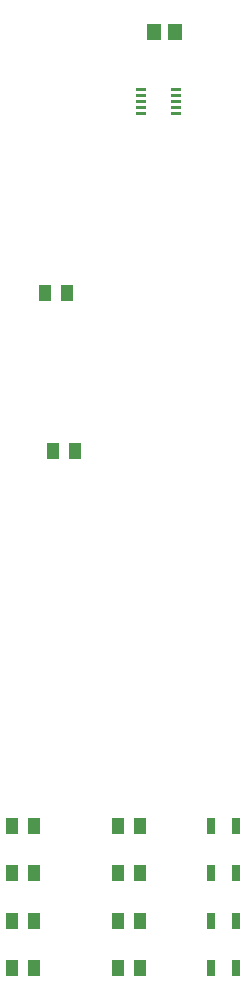
<source format=gbr>
G04 EAGLE Gerber RS-274X export*
G75*
%MOMM*%
%FSLAX34Y34*%
%LPD*%
%INSolderpaste Top*%
%IPPOS*%
%AMOC8*
5,1,8,0,0,1.08239X$1,22.5*%
G01*
G04 Define Apertures*
%ADD10R,1.164600X1.465300*%
%ADD11R,0.761800X1.361800*%
%ADD12R,1.031200X1.420200*%
G36*
X286024Y792224D02*
X286024Y794576D01*
X294076Y794576D01*
X294076Y792224D01*
X286024Y792224D01*
G37*
G36*
X286024Y797224D02*
X286024Y799576D01*
X294076Y799576D01*
X294076Y797224D01*
X286024Y797224D01*
G37*
G36*
X286024Y802224D02*
X286024Y804576D01*
X294076Y804576D01*
X294076Y802224D01*
X286024Y802224D01*
G37*
G36*
X286024Y807224D02*
X286024Y809576D01*
X294076Y809576D01*
X294076Y807224D01*
X286024Y807224D01*
G37*
G36*
X286024Y812224D02*
X286024Y814576D01*
X294076Y814576D01*
X294076Y812224D01*
X286024Y812224D01*
G37*
G36*
X315524Y792224D02*
X315524Y794576D01*
X323576Y794576D01*
X323576Y792224D01*
X315524Y792224D01*
G37*
G36*
X315524Y797224D02*
X315524Y799576D01*
X323576Y799576D01*
X323576Y797224D01*
X315524Y797224D01*
G37*
G36*
X315524Y802224D02*
X315524Y804576D01*
X323576Y804576D01*
X323576Y802224D01*
X315524Y802224D01*
G37*
G36*
X315524Y807224D02*
X315524Y809576D01*
X323576Y809576D01*
X323576Y807224D01*
X315524Y807224D01*
G37*
G36*
X315524Y812224D02*
X315524Y814576D01*
X323576Y814576D01*
X323576Y812224D01*
X315524Y812224D01*
G37*
D10*
X318554Y861900D03*
X301046Y861900D03*
D11*
X370250Y190000D03*
X349750Y190000D03*
X370250Y150000D03*
X349750Y150000D03*
X370250Y110000D03*
X349750Y110000D03*
X370250Y70000D03*
X349750Y70000D03*
D12*
X289195Y190000D03*
X270805Y190000D03*
X289195Y150000D03*
X270805Y150000D03*
X289195Y110000D03*
X270805Y110000D03*
X289195Y70000D03*
X270805Y70000D03*
X209005Y641600D03*
X227395Y641600D03*
X215805Y507500D03*
X234195Y507500D03*
X199195Y190000D03*
X180805Y190000D03*
X199195Y150000D03*
X180805Y150000D03*
X199195Y110000D03*
X180805Y110000D03*
X199195Y70000D03*
X180805Y70000D03*
M02*

</source>
